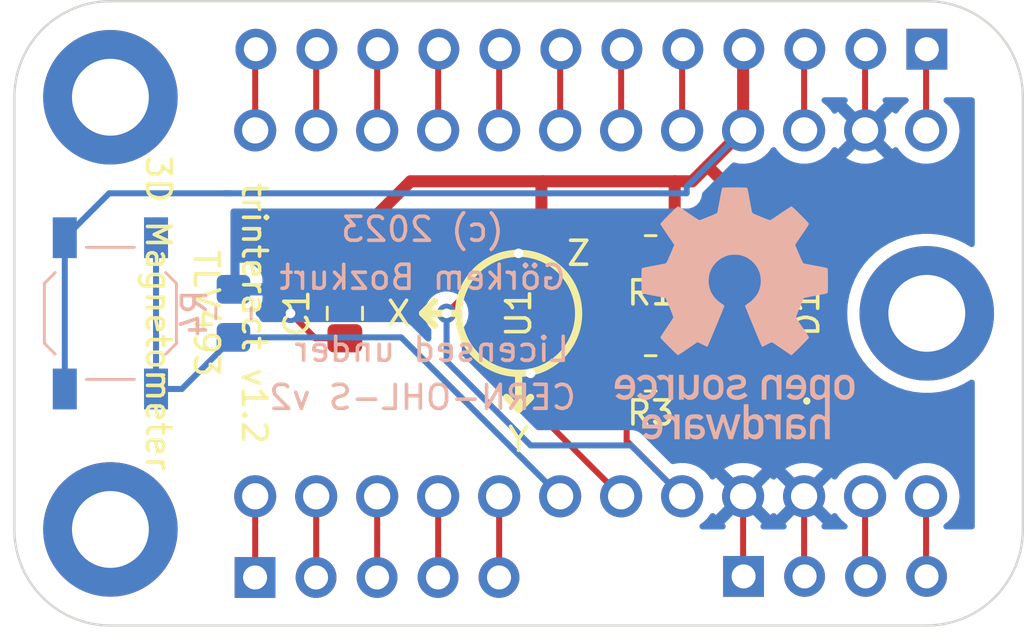
<source format=kicad_pcb>
(kicad_pcb (version 20211014) (generator pcbnew)
  (layers (0 "F.Cu" signal) (31 "B.Cu" signal) (34 "B.Paste" user) (35 "F.Paste" user) (36 "B.SilkS" user "B.Silkscreen") (37 "F.SilkS" user "F.Silkscreen") (38 "B.Mask" user) (39 "F.Mask" user) (44 "Edge.Cuts" user))
  (net 0 "")
  (net 1 "+3.3V")
  (net 2 "GND")
  (net 3 "Net-(D1-Pad1)")
  (net 4 "Net-(R1-Pad2)")
  (net 5 "Net-(R3-Pad2)")
  (net 6 "Net-(R4-Pad1)")
  (net 7 "Net-(U2-Pad24)")
  (net 8 "Net-(U2-Pad22)")
  (net 9 "Net-(U2-Pad20)")
  (net 10 "Net-(U2-Pad19)")
  (net 11 "Net-(U2-Pad18)")
  (net 12 "Net-(U2-Pad17)")
  (net 13 "Net-(U2-Pad16)")
  (net 14 "Net-(U2-Pad15)")
  (net 15 "Net-(U2-Pad14)")
  (net 16 "Net-(U2-Pad13)")
  (net 17 "Net-(U2-Pad12)")
  (net 18 "Net-(U2-Pad11)")
  (net 19 "Net-(U2-Pad10)")
  (net 20 "Net-(U2-Pad9)")
  (net 21 "Net-(U2-Pad8)")
  (net 22 "Net-(U2-Pad2)")
  (net 23 "Net-(U2-Pad1)")
  (footprint "GreenV5:156120GS82500" (layer "F.Cu") (at 154 101 90)
    (fp_text reference "D1" (at 0 0 90) (layer "F.SilkS"))
    (fp_text value "LED" hide)
    (pad "1" smd rect locked (at -1.75 0 90) (size 1.5 1.6) (layers "F.Cu" "F.Paste" "F.Mask") (net 3 "Net-(D1-Pad1)"))
    (pad "2" smd rect locked (at 1.75 0 90) (size 1.5 1.6) (layers "F.Cu" "F.Paste" "F.Mask") (net 2 "GND"))
  )
  (footprint "MountingHole:MountingHole_3.2mm_M3_DIN965_Pad" (layer "F.Cu") (at 159 101)
    (fp_text reference "H3" hide)
    (fp_text value "3mm")
    (pad "1" thru_hole circle (at 0 0) (size 5.6 5.6) (drill 3.2) (layers *.Cu *.Mask))
  )
  (footprint "Resistor_SMD:R_0805_2012Metric_Pad1.20x1.40mm_HandSolder" (layer "F.Cu") (at 147.5 103.5 180)
    (fp_text reference "R3" (at 0 -1.65) (layer "F.SilkS"))
    (fp_text value "2k2")
    (pad "1" smd roundrect (at -1 0 180) (size 1.2 1.4) (layers "F.Cu" "F.Paste" "F.Mask") (roundrect_rratio 0.2083333333) (net 1 "+3.3V"))
    (pad "2" smd roundrect (at 1 0 180) (size 1.2 1.4) (layers "F.Cu" "F.Paste" "F.Mask") (roundrect_rratio 0.2083333333) (net 5 "Net-(R3-Pad2)"))
  )
  (footprint "MountingHole:MountingHole_3.2mm_M3_DIN965_Pad" (layer "F.Cu") (at 125 92)
    (fp_text reference "H1" hide)
    (fp_text value "3mm")
    (pad "1" thru_hole circle (at 0 0) (size 5.6 5.6) (drill 3.2) (layers *.Cu *.Mask))
  )
  (footprint "Resistor_SMD:R_0805_2012Metric_Pad1.20x1.40mm_HandSolder" (layer "F.Cu") (at 147.5 98.5 180)
    (fp_text reference "R1" (at 0 -1.65) (layer "F.SilkS"))
    (fp_text value "2k2")
    (pad "1" smd roundrect (at -1 0 180) (size 1.2 1.4) (layers "F.Cu" "F.Paste" "F.Mask") (roundrect_rratio 0.2083333333) (net 1 "+3.3V"))
    (pad "2" smd roundrect (at 1 0 180) (size 1.2 1.4) (layers "F.Cu" "F.Paste" "F.Mask") (roundrect_rratio 0.2083333333) (net 4 "Net-(R1-Pad2)"))
  )
  (footprint "MountingHole:MountingHole_3.2mm_M3_DIN965_Pad" (layer "F.Cu") (at 125 110)
    (fp_text reference "H2" hide)
    (fp_text value "3mm")
    (pad "1" thru_hole circle (at 0 0) (size 5.6 5.6) (drill 3.2) (layers *.Cu *.Mask))
  )
  (footprint "Resistor_SMD:R_0805_2012Metric_Pad1.20x1.40mm_HandSolder" (layer "F.Cu") (at 151 101 -90)
    (fp_text reference "R2" (at 0 1.5 90) (layer "F.SilkS"))
    (fp_text value "680R")
    (pad "1" smd roundrect (at -1 0 270) (size 1.2 1.4) (layers "F.Cu" "F.Paste" "F.Mask") (roundrect_rratio 0.2083333333) (net 1 "+3.3V"))
    (pad "2" smd roundrect (at 1 0 270) (size 1.2 1.4) (layers "F.Cu" "F.Paste" "F.Mask") (roundrect_rratio 0.2083333333) (net 3 "Net-(D1-Pad1)"))
  )
  (footprint "foootprints:TLV493DA1B6HTSA2" (layer "F.Cu") (at 142 101 90)
    (fp_text reference "U1" (at 0 0 90) (layer "F.SilkS"))
    (fp_text value "TLV493DA1B6HTSA2" hide)
    (pad "1" smd rect (at -1.248151 -0.950001 90) (size 0.794499 0.5072) (layers "F.Cu" "F.Paste" "F.Mask") (net 4 "Net-(R1-Pad2)"))
    (pad "2" smd rect (at -1.248151 0 90) (size 0.794499 0.5072) (layers "F.Cu" "F.Paste" "F.Mask") (net 2 "GND"))
    (pad "3" smd rect (at -1.248151 0.950001 90) (size 0.794499 0.5072) (layers "F.Cu" "F.Paste" "F.Mask") (net 2 "GND"))
    (pad "4" smd rect (at 1.248151 0.950001 90) (size 0.794499 0.5072) (layers "F.Cu" "F.Paste" "F.Mask") (net 1 "+3.3V"))
    (pad "5" smd rect (at 1.248151 0 90) (size 0.794499 0.5072) (layers "F.Cu" "F.Paste" "F.Mask") (net 2 "GND"))
    (pad "6" smd rect (at 1.248151 -0.950001 90) (size 0.794499 0.5072) (layers "F.Cu" "F.Paste" "F.Mask") (net 5 "Net-(R3-Pad2)"))
  )
  (footprint "Capacitor_SMD:C_0805_2012Metric_Pad1.18x1.45mm_HandSolder" (layer "F.Cu") (at 134.765 101 -90)
    (fp_text reference "C1" (at 0 2 90) (layer "F.SilkS"))
    (fp_text value "100n")
    (pad "1" smd roundrect (at -1.0375 0 270) (size 1.175 1.45) (layers "F.Cu" "F.Paste" "F.Mask") (roundrect_rratio 0.2127659574) (net 1 "+3.3V"))
    (pad "2" smd roundrect (at 1.0375 0 270) (size 1.175 1.45) (layers "F.Cu" "F.Paste" "F.Mask") (roundrect_rratio 0.2127659574) (net 2 "GND"))
  )
  (footprint "footprints:ARDUINO_PRO_MICRO" (layer "F.Cu") (at 145 101)
    (fp_text reference "U2" hide)
    (fp_text value "ProMicro" hide)
    (pad "1" thru_hole circle (at 13.97 7.62) (size 1.7526 1.7526) (drill 1.0922) (layers *.Cu *.Mask) (net 23 "Net-(U2-Pad1)"))
    (pad "2" thru_hole circle (at 11.43 7.62) (size 1.7526 1.7526) (drill 1.0922) (layers *.Cu *.Mask) (net 22 "Net-(U2-Pad2)"))
    (pad "3" thru_hole circle (at 8.89 7.62) (size 1.7526 1.7526) (drill 1.0922) (layers *.Cu *.Mask) (net 2 "GND"))
    (pad "4" thru_hole circle (at 6.35 7.62) (size 1.7526 1.7526) (drill 1.0922) (layers *.Cu *.Mask) (net 2 "GND"))
    (pad "5" thru_hole circle (at 3.81 7.62) (size 1.7526 1.7526) (drill 1.0922) (layers *.Cu *.Mask) (net 5 "Net-(R3-Pad2)"))
    (pad "6" thru_hole circle (at 1.27 7.62) (size 1.7526 1.7526) (drill 1.0922) (layers *.Cu *.Mask) (net 4 "Net-(R1-Pad2)"))
    (pad "7" thru_hole circle (at -1.27 7.62) (size 1.7526 1.7526) (drill 1.0922) (layers *.Cu *.Mask) (net 6 "Net-(R4-Pad1)"))
    (pad "8" thru_hole circle (at -3.81 7.62) (size 1.7526 1.7526) (drill 1.0922) (layers *.Cu *.Mask) (net 21 "Net-(U2-Pad8)"))
    (pad "9" thru_hole circle (at -6.35 7.62) (size 1.7526 1.7526) (drill 1.0922) (layers *.Cu *.Mask) (net 20 "Net-(U2-Pad9)"))
    (pad "10" thru_hole circle (at -8.89 7.62) (size 1.7526 1.7526) (drill 1.0922) (layers *.Cu *.Mask) (net 19 "Net-(U2-Pad10)"))
    (pad "11" thru_hole circle (at -11.43 7.62) (size 1.7526 1.7526) (drill 1.0922) (layers *.Cu *.Mask) (net 18 "Net-(U2-Pad11)"))
    (pad "12" thru_hole circle (at -13.97 7.62) (size 1.7526 1.7526) (drill 1.0922) (layers *.Cu *.Mask) (net 17 "Net-(U2-Pad12)"))
    (pad "13" thru_hole circle (at -13.97 -7.62) (size 1.7526 1.7526) (drill 1.0922) (layers *.Cu *.Mask) (net 16 "Net-(U2-Pad13)"))
    (pad "14" thru_hole circle (at -11.43 -7.62) (size 1.7526 1.7526) (drill 1.0922) (layers *.Cu *.Mask) (net 15 "Net-(U2-Pad14)"))
    (pad "15" thru_hole circle (at -8.89 -7.62) (size 1.7526 1.7526) (drill 1.0922) (layers *.Cu *.Mask) (net 14 "Net-(U2-Pad15)"))
    (pad "16" thru_hole circle (at -6.35 -7.62) (size 1.7526 1.7526) (drill 1.0922) (layers *.Cu *.Mask) (net 13 "Net-(U2-Pad16)"))
    (pad "17" thru_hole circle (at -3.81 -7.62) (size 1.7526 1.7526) (drill 1.0922) (layers *.Cu *.Mask) (net 12 "Net-(U2-Pad17)"))
    (pad "18" thru_hole circle (at -1.27 -7.62) (size 1.7526 1.7526) (drill 1.0922) (layers *.Cu *.Mask) (net 11 "Net-(U2-Pad18)"))
    (pad "19" thru_hole circle (at 1.27 -7.62) (size 1.7526 1.7526) (drill 1.0922) (layers *.Cu *.Mask) (net 10 "Net-(U2-Pad19)"))
    (pad "20" thru_hole circle (at 3.81 -7.62) (size 1.7526 1.7526) (drill 1.0922) (layers *.Cu *.Mask) (net 9 "Net-(U2-Pad20)"))
    (pad "21" thru_hole circle (at 6.35 -7.62) (size 1.7526 1.7526) (drill 1.0922) (layers *.Cu *.Mask) (net 1 "+3.3V"))
    (pad "22" thru_hole circle (at 8.89 -7.62) (size 1.7526 1.7526) (drill 1.0922) (layers *.Cu *.Mask) (net 8 "Net-(U2-Pad22)"))
    (pad "23" thru_hole circle (at 11.43 -7.62) (size 1.7526 1.7526) (drill 1.0922) (layers *.Cu *.Mask) (net 2 "GND"))
    (pad "24" thru_hole circle (at 13.97 -7.62) (size 1.7526 1.7526) (drill 1.0922) (layers *.Cu *.Mask) (net 7 "Net-(U2-Pad24)"))
  )
  (footprint "Button_Switch_SMD:SW_SPST_TL3342" (layer "B.Cu") (at 125 101 -90)
    (fp_text reference "SW1" hide)
    (fp_text value "SW_Push" hide)
    (pad "1" smd rect (at 3.15 1.9 270) (size 1.7 1) (layers "B.Cu" "B.Paste" "B.Mask") (net 1 "+3.3V"))
    (pad "1" smd rect (at -3.15 1.9 270) (size 1.7 1) (layers "B.Cu" "B.Paste" "B.Mask") (net 1 "+3.3V"))
    (pad "2" smd rect (at 3.15 -1.9 270) (size 1.7 1) (layers "B.Cu" "B.Paste" "B.Mask") (net 6 "Net-(R4-Pad1)"))
    (pad "2" smd rect (at -3.15 -1.9 270) (size 1.7 1) (layers "B.Cu" "B.Paste" "B.Mask") (net 6 "Net-(R4-Pad1)"))
  )
  (footprint "Connector_PinHeader_2.54mm:PinHeader_1x04_P2.54mm_Horizontal" (layer "B.Cu") (at 151.37 111.955 -90)
    (fp_text reference "J3" hide)
    (fp_text value "Conn_01x04_MountingPin" hide)
    (pad "1" thru_hole rect (at 0 0 270) (size 1.7 1.7) (drill 1) (layers *.Cu *.Mask) (net 2 "GND"))
    (pad "2" thru_hole oval (at 0 -2.54 270) (size 1.7 1.7) (drill 1) (layers *.Cu *.Mask) (net 2 "GND"))
    (pad "3" thru_hole oval (at 0 -5.08 270) (size 1.7 1.7) (drill 1) (layers *.Cu *.Mask) (net 22 "Net-(U2-Pad2)"))
    (pad "4" thru_hole oval (at 0 -7.62 270) (size 1.7 1.7) (drill 1) (layers *.Cu *.Mask) (net 23 "Net-(U2-Pad1)"))
  )
  (footprint "Connector_PinHeader_2.54mm:PinHeader_1x12_P2.54mm_Horizontal" (layer "B.Cu") (at 159 90 90)
    (fp_text reference "J1" hide)
    (fp_text value "Conn_01x12_MountingPin" hide)
    (pad "1" thru_hole rect (at 0 0 90) (size 1.7 1.7) (drill 1) (layers *.Cu *.Mask) (net 7 "Net-(U2-Pad24)"))
    (pad "2" thru_hole oval (at 0 -2.54 90) (size 1.7 1.7) (drill 1) (layers *.Cu *.Mask) (net 2 "GND"))
    (pad "3" thru_hole oval (at 0 -5.08 90) (size 1.7 1.7) (drill 1) (layers *.Cu *.Mask) (net 8 "Net-(U2-Pad22)"))
    (pad "4" thru_hole oval (at 0 -7.62 90) (size 1.7 1.7) (drill 1) (layers *.Cu *.Mask) (net 1 "+3.3V"))
    (pad "5" thru_hole oval (at 0 -10.16 90) (size 1.7 1.7) (drill 1) (layers *.Cu *.Mask) (net 9 "Net-(U2-Pad20)"))
    (pad "6" thru_hole oval (at 0 -12.7 90) (size 1.7 1.7) (drill 1) (layers *.Cu *.Mask) (net 10 "Net-(U2-Pad19)"))
    (pad "7" thru_hole oval (at 0 -15.24 90) (size 1.7 1.7) (drill 1) (layers *.Cu *.Mask) (net 11 "Net-(U2-Pad18)"))
    (pad "8" thru_hole oval (at 0 -17.78 90) (size 1.7 1.7) (drill 1) (layers *.Cu *.Mask) (net 12 "Net-(U2-Pad17)"))
    (pad "9" thru_hole oval (at 0 -20.32 90) (size 1.7 1.7) (drill 1) (layers *.Cu *.Mask) (net 13 "Net-(U2-Pad16)"))
    (pad "10" thru_hole oval (at 0 -22.86 90) (size 1.7 1.7) (drill 1) (layers *.Cu *.Mask) (net 14 "Net-(U2-Pad15)"))
    (pad "11" thru_hole oval (at 0 -25.4 90) (size 1.7 1.7) (drill 1) (layers *.Cu *.Mask) (net 15 "Net-(U2-Pad14)"))
    (pad "12" thru_hole oval (at 0 -27.94 90) (size 1.7 1.7) (drill 1) (layers *.Cu *.Mask) (net 16 "Net-(U2-Pad13)"))
  )
  (footprint "Resistor_SMD:R_0805_2012Metric_Pad1.20x1.40mm_HandSolder" (layer "B.Cu") (at 130.125 101 90)
    (fp_text reference "R4" (at 0 -1.625 90) (layer "B.SilkS") (effects (justify mirror)))
    (fp_text value "4k7")
    (pad "1" smd roundrect (at -1 0 90) (size 1.2 1.4) (layers "B.Cu" "B.Paste" "B.Mask") (roundrect_rratio 0.2083333333) (net 6 "Net-(R4-Pad1)"))
    (pad "2" smd roundrect (at 1 0 90) (size 1.2 1.4) (layers "B.Cu" "B.Paste" "B.Mask") (roundrect_rratio 0.2083333333) (net 2 "GND"))
  )
  (footprint "Connector_PinHeader_2.54mm:PinHeader_1x05_P2.54mm_Horizontal" (layer "B.Cu") (at 131.025 112 -90)
    (fp_text reference "J2" hide)
    (fp_text value "Conn_01x05_MountingPin" hide)
    (pad "1" thru_hole rect (at 0 0 270) (size 1.7 1.7) (drill 1) (layers *.Cu *.Mask) (net 17 "Net-(U2-Pad12)"))
    (pad "2" thru_hole oval (at 0 -2.54 270) (size 1.7 1.7) (drill 1) (layers *.Cu *.Mask) (net 18 "Net-(U2-Pad11)"))
    (pad "3" thru_hole oval (at 0 -5.08 270) (size 1.7 1.7) (drill 1) (layers *.Cu *.Mask) (net 19 "Net-(U2-Pad10)"))
    (pad "4" thru_hole oval (at 0 -7.62 270) (size 1.7 1.7) (drill 1) (layers *.Cu *.Mask) (net 20 "Net-(U2-Pad9)"))
    (pad "5" thru_hole oval (at 0 -10.16 270) (size 1.7 1.7) (drill 1) (layers *.Cu *.Mask) (net 21 "Net-(U2-Pad8)"))
  )
  (footprint "LOGO" (layer "B.Cu") (at 151 101 180)
    (fp_text reference "G***" hide)
    (fp_text value "LOGO" hide)
  )
  (gr_circle (center 142 101) (end 144.5 101) (layer "F.SilkS") (width 0.3) (fill none))
  (gr_line (start 142 105) (end 141.5 104.5) (layer "F.SilkS") (width 0.3))
  (gr_line (start 139.5 101) (end 138 101) (layer "F.SilkS") (width 0.3))
  (gr_line (start 142 103.5) (end 142 105) (layer "F.SilkS") (width 0.3))
  (gr_line (start 142 105) (end 142.5 104.5) (layer "F.SilkS") (width 0.3))
  (gr_line (start 138 101) (end 138.5 100.5) (layer "F.SilkS") (width 0.3))
  (gr_line (start 138 101) (end 138.5 101.5) (layer "F.SilkS") (width 0.3))
  (gr_line (start 125 88) (end 159 88) (layer "Edge.Cuts") (width 0.1))
  (gr_line (start 163 92) (end 163 110) (layer "Edge.Cuts") (width 0.1))
  (gr_arc (start 163 110) (mid 161.828427 112.828427) (end 159 114) (layer "Edge.Cuts") (width 0.1))
  (gr_line (start 121 92) (end 121 110) (layer "Edge.Cuts") (width 0.1))
  (gr_arc (start 159 88) (mid 161.828427 89.171573) (end 163 92) (layer "Edge.Cuts") (width 0.1))
  (gr_arc (start 125 114) (mid 122.171573 112.828427) (end 121 110) (layer "Edge.Cuts") (width 0.1))
  (gr_arc (start 121 92) (mid 122.171573 89.171573) (end 125 88) (layer "Edge.Cuts") (width 0.1))
  (gr_line (start 125 114) (end 159 114) (layer "Edge.Cuts") (width 0.1))
  (gr_text "Görkem Bozkurt" (at 138 99.5) (layer "B.SilkS") (effects (font (size 1 1)) (justify mirror)))
  (gr_text "(c) 2023" (at 138 97.5) (layer "B.SilkS") (effects (font (size 1 1)) (justify mirror)))
  (gr_text "CERN-OHL-S v2" (at 138 104.5) (layer "B.SilkS") (effects (font (size 1 1)) (justify mirror)))
  (gr_text "Licensed under " (at 138 102.5) (layer "B.SilkS") (effects (font (size 1 1)) (justify mirror)))
  (gr_text "Y" (at 142 106.25) (layer "F.SilkS") (effects (font (size 1 1))))
  (gr_text "TLV493" (at 129 101 270) (layer "F.SilkS") (effects (font (size 1 1))))
  (gr_text "Z" (at 144.5 98.5) (layer "F.SilkS") (effects (font (size 1 1))))
  (gr_text "3D Magnetometer" (at 127 101 270) (layer "F.SilkS") (effects (font (size 1 1))))
  (gr_text "trinteract v1.2" (at 131 101 270) (layer "F.SilkS") (effects (font (size 1 1))))
  (gr_text "X" (at 137 101) (layer "F.SilkS") (effects (font (size 1 1))))
  (segment (start 149.865 94.865) (end 151 96) (width 0.5) (layer "F.Cu") (net 1))
  (segment (start 137.5 95.5) (end 134.765 98.235) (width 0.5) (layer "F.Cu") (net 1))
  (segment (start 151.35 90.03) (end 151.38 90) (width 0.5) (layer "F.Cu") (net 1))
  (segment (start 148.5 95.5) (end 143 95.5) (width 0.5) (layer "F.Cu") (net 1))
  (segment (start 151.35 93.38) (end 151.35 90.03) (width 0.5) (layer "F.Cu") (net 1))
  (segment (start 151.35 93.38) (end 149.865 94.865) (width 0.5) (layer "F.Cu") (net 1))
  (segment (start 143 95.5) (end 142.950001 95.549999) (width 0.5) (layer "F.Cu") (net 1))
  (segment (start 143 95.5) (end 137.5 95.5) (width 0.5) (layer "F.Cu") (net 1))
  (segment (start 142.950001 95.549999) (end 142.950001 99.751849) (width 0.5) (layer "F.Cu") (net 1))
  (segment (start 148.5 95.5) (end 148.5 98.5) (width 0.5) (layer "F.Cu") (net 1))
  (segment (start 151 96) (end 151 100) (width 0.5) (layer "F.Cu") (net 1))
  (segment (start 134.765 98.235) (end 134.765 99.9625) (width 0.5) (layer "F.Cu") (net 1))
  (segment (start 149.23 95.5) (end 148.5 95.5) (width 0.5) (layer "F.Cu") (net 1))
  (segment (start 148.59 98.365) (end 148.59 103.445) (width 0.5) (layer "F.Cu") (net 1))
  (segment (start 149.865 94.865) (end 149.23 95.5) (width 0.5) (layer "F.Cu") (net 1))
  (segment (start 149 96) (end 149 95.73) (width 0.25) (layer "B.Cu") (net 1))
  (segment (start 124.95 96) (end 130 96) (width 0.25) (layer "B.Cu") (net 1))
  (segment (start 123.1 97.85) (end 123.1 104.15) (width 0.25) (layer "B.Cu") (net 1))
  (segment (start 123.1 97.85) (end 124.95 96) (width 0.25) (layer "B.Cu") (net 1))
  (segment (start 129.75 96) (end 149 96) (width 0.25) (layer "B.Cu") (net 1))
  (segment (start 149 95.73) (end 151.35 93.38) (width 0.25) (layer "B.Cu") (net 1))
  (segment (start 153.89 111.935) (end 153.91 111.955) (width 0.25) (layer "F.Cu") (net 2))
  (segment (start 134.765 102.0375) (end 133.5375 102.0375) (width 0.25) (layer "F.Cu") (net 2))
  (segment (start 153.89 108.62) (end 153.89 111.935) (width 0.25) (layer "F.Cu") (net 2))
  (segment (start 142 99.751849) (end 142 98.5) (width 0.25) (layer "F.Cu") (net 2))
  (segment (start 142 102.248151) (end 142 99.751849) (width 0.25) (layer "F.Cu") (net 2))
  (segment (start 156.43 90.03) (end 156.46 90) (width 0.25) (layer "F.Cu") (net 2))
  (segment (start 133.5375 102.0375) (end 132.5 101) (width 0.25) (layer "F.Cu") (net 2))
  (segment (start 142 103) (end 142.5 103.5) (width 0.25) (layer "F.Cu") (net 2))
  (segment (start 151.35 111.935) (end 151.37 111.955) (width 0.25) (layer "F.Cu") (net 2))
  (segment (start 142.950001 102.248151) (end 142 102.248151) (width 0.25) (layer "F.Cu") (net 2))
  (segment (start 154 99.25) (end 154 95.81) (width 0.25) (layer "F.Cu") (net 2))
  (segment (start 151.35 108.62) (end 151.35 111.935) (width 0.25) (layer "F.Cu") (net 2))
  (segment (start 154 95.81) (end 156.43 93.38) (width 0.25) (layer "F.Cu") (net 2))
  (segment (start 156.43 93.38) (end 156.43 90.03) (width 0.25) (layer "F.Cu") (net 2))
  (segment (start 142 102.248151) (end 142 103) (width 0.25) (layer "F.Cu") (net 2))
  (via (at 132.5 101) (size 0.8) (drill 0.4) (layers "F.Cu" "B.Cu") (net 2))
  (via (at 142 98.5) (size 0.8) (drill 0.4) (layers "F.Cu" "B.Cu") (net 2))
  (via (at 142.5 103.5) (size 0.8) (drill 0.4) (layers "F.Cu" "B.Cu") (net 2))
  (segment (start 151 102) (end 151.75 102.75) (width 0.5) (layer "F.Cu") (net 3))
  (segment (start 151.75 102.75) (end 154 102.75) (width 0.5) (layer "F.Cu") (net 3))
  (segment (start 141.049999 103.399999) (end 142.575 104.925) (width 0.25) (layer "F.Cu") (net 4))
  (segment (start 146.5 101) (end 142.575 104.925) (width 0.25) (layer "F.Cu") (net 4))
  (segment (start 142.825 105.175) (end 146.27 108.62) (width 0.25) (layer "F.Cu") (net 4))
  (segment (start 146.5 98.5) (end 146.5 101) (width 0.25) (layer "F.Cu") (net 4))
  (segment (start 141.049999 102.248151) (end 141.049999 103.399999) (width 0.25) (layer "F.Cu") (net 4))
  (segment (start 142.575 104.925) (end 142.825 105.175) (width 0.25) (layer "F.Cu") (net 4))
  (segment (start 140.248151 99.751849) (end 139 101) (width 0.25) (layer "F.Cu") (net 5))
  (segment (start 141.049999 99.751849) (end 140.248151 99.751849) (width 0.25) (layer "F.Cu") (net 5))
  (segment (start 146.5 103.5) (end 146.5 106.31) (width 0.25) (layer "F.Cu") (net 5))
  (segment (start 146.5 106.31) (end 148.81 108.62) (width 0.25) (layer "F.Cu") (net 5))
  (via (at 139 101) (size 0.8) (drill 0.4) (layers "F.Cu" "B.Cu") (net 5))
  (segment (start 139 103) (end 142.5 106.5) (width 0.25) (layer "B.Cu") (net 5))
  (segment (start 142.5 106.5) (end 146.69 106.5) (width 0.25) (layer "B.Cu") (net 5))
  (segment (start 146.69 106.5) (end 148.81 108.62) (width 0.25) (layer "B.Cu") (net 5))
  (segment (start 139 101) (end 139 103) (width 0.25) (layer "B.Cu") (net 5))
  (segment (start 126.9 104.15) (end 127.975 104.15) (width 0.25) (layer "B.Cu") (net 6))
  (segment (start 130.125 102) (end 137.11 102) (width 0.25) (layer "B.Cu") (net 6))
  (segment (start 126.9 97.85) (end 126.9 104.15) (width 0.25) (layer "B.Cu") (net 6))
  (segment (start 127.975 104.15) (end 130.125 102) (width 0.25) (layer "B.Cu") (net 6))
  (segment (start 137.11 102) (end 143.73 108.62) (width 0.25) (layer "B.Cu") (net 6))
  (segment (start 158.97 93.38) (end 158.97 90.03) (width 0.25) (layer "F.Cu") (net 7))
  (segment (start 158.97 90.03) (end 159 90) (width 0.25) (layer "F.Cu") (net 7))
  (segment (start 153.89 93.38) (end 153.89 90.03) (width 0.25) (layer "F.Cu") (net 8))
  (segment (start 153.89 90.03) (end 153.92 90) (width 0.25) (layer "F.Cu") (net 8))
  (segment (start 148.81 93.38) (end 148.81 90.03) (width 0.25) (layer "F.Cu") (net 9))
  (segment (start 148.81 90.03) (end 148.84 90) (width 0.25) (layer "F.Cu") (net 9))
  (segment (start 146.27 90.03) (end 146.3 90) (width 0.25) (layer "F.Cu") (net 10))
  (segment (start 146.27 93.38) (end 146.27 90.03) (width 0.25) (layer "F.Cu") (net 10))
  (segment (start 143.73 90.03) (end 143.76 90) (width 0.25) (layer "F.Cu") (net 11))
  (segment (start 143.73 93.38) (end 143.73 90.03) (width 0.25) (layer "F.Cu") (net 11))
  (segment (start 141.19 90.03) (end 141.22 90) (width 0.25) (layer "F.Cu") (net 12))
  (segment (start 141.19 93.38) (end 141.19 90.03) (width 0.25) (layer "F.Cu") (net 12))
  (segment (start 138.65 93.38) (end 138.65 90.03) (width 0.25) (layer "F.Cu") (net 13))
  (segment (start 138.65 90.03) (end 138.68 90) (width 0.25) (layer "F.Cu") (net 13))
  (segment (start 136.11 93.38) (end 136.11 90.03) (width 0.25) (layer "F.Cu") (net 14))
  (segment (start 136.11 90.03) (end 136.14 90) (width 0.25) (layer "F.Cu") (net 14))
  (segment (start 133.57 90.03) (end 133.6 90) (width 0.25) (layer "F.Cu") (net 15))
  (segment (start 133.57 93.38) (end 133.57 90.03) (width 0.25) (layer "F.Cu") (net 15))
  (segment (start 131.03 90.03) (end 131.06 90) (width 0.25) (layer "F.Cu") (net 16))
  (segment (start 131.03 93.38) (end 131.03 90.03) (width 0.25) (layer "F.Cu") (net 16))
  (segment (start 131.03 108.62) (end 131.03 111.995) (width 0.25) (layer "F.Cu") (net 17))
  (segment (start 131.03 111.995) (end 131.025 112) (width 0.25) (layer "F.Cu") (net 17))
  (segment (start 133.57 108.62) (end 133.57 111.995) (width 0.25) (layer "F.Cu") (net 18))
  (segment (start 133.57 111.995) (end 133.565 112) (width 0.25) (layer "F.Cu") (net 18))
  (segment (start 136.11 108.62) (end 136.11 111.995) (width 0.25) (layer "F.Cu") (net 19))
  (segment (start 136.11 111.995) (end 136.105 112) (width 0.25) (layer "F.Cu") (net 19))
  (segment (start 138.65 108.62) (end 138.65 111.995) (width 0.25) (layer "F.Cu") (net 20))
  (segment (start 138.65 111.995) (end 138.645 112) (width 0.25) (layer "F.Cu") (net 20))
  (segment (start 141.19 111.995) (end 141.185 112) (width 0.25) (layer "F.Cu") (net 21))
  (segment (start 141.19 108.62) (end 141.19 111.995) (width 0.25) (layer "F.Cu") (net 21))
  (segment (start 156.43 111.935) (end 156.45 111.955) (width 0.25) (layer "F.Cu") (net 22))
  (segment (start 156.43 108.62) (end 156.43 111.935) (width 0.25) (layer "F.Cu") (net 22))
  (segment (start 158.97 111.935) (end 158.99 111.955) (width 0.25) (layer "F.Cu") (net 23))
  (segment (start 158.97 108.62) (end 158.97 111.935) (width 0.25) (layer "F.Cu") (net 23))
  (zone (net 2) (net_name "GND") (layer "B.Cu") (connect_pads (clearance 0.508)) (min_thickness 0.254) (fill yes (thermal_gap 0.508) (thermal_bridge_width 0.508))
    (polygon (pts (xy 161 110) (xy 130 110) (xy 130 92) (xy 161 92)))
  )
)
</source>
